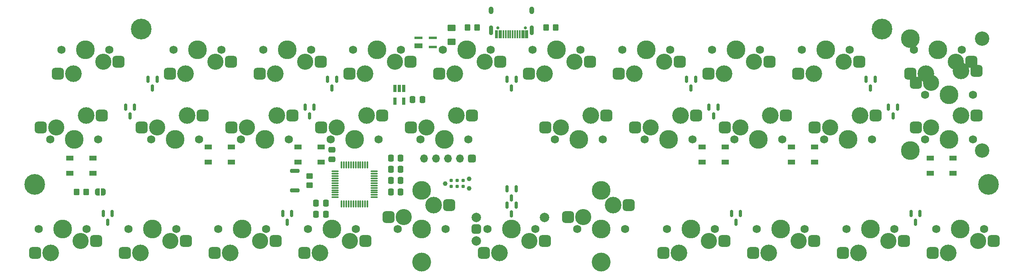
<source format=gbr>
%TF.GenerationSoftware,KiCad,Pcbnew,(7.0.0)*%
%TF.CreationDate,2024-03-09T22:34:04+01:00*%
%TF.ProjectId,kicad_tsuru,6b696361-645f-4747-9375-72752e6b6963,rev?*%
%TF.SameCoordinates,Original*%
%TF.FileFunction,Soldermask,Bot*%
%TF.FilePolarity,Negative*%
%FSLAX46Y46*%
G04 Gerber Fmt 4.6, Leading zero omitted, Abs format (unit mm)*
G04 Created by KiCad (PCBNEW (7.0.0)) date 2024-03-09 22:34:04*
%MOMM*%
%LPD*%
G01*
G04 APERTURE LIST*
G04 Aperture macros list*
%AMRoundRect*
0 Rectangle with rounded corners*
0 $1 Rounding radius*
0 $2 $3 $4 $5 $6 $7 $8 $9 X,Y pos of 4 corners*
0 Add a 4 corners polygon primitive as box body*
4,1,4,$2,$3,$4,$5,$6,$7,$8,$9,$2,$3,0*
0 Add four circle primitives for the rounded corners*
1,1,$1+$1,$2,$3*
1,1,$1+$1,$4,$5*
1,1,$1+$1,$6,$7*
1,1,$1+$1,$8,$9*
0 Add four rect primitives between the rounded corners*
20,1,$1+$1,$2,$3,$4,$5,0*
20,1,$1+$1,$4,$5,$6,$7,0*
20,1,$1+$1,$6,$7,$8,$9,0*
20,1,$1+$1,$8,$9,$2,$3,0*%
%AMFreePoly0*
4,1,19,0.500000,-0.750000,0.000000,-0.750000,0.000000,-0.744911,-0.071157,-0.744911,-0.207708,-0.704816,-0.327430,-0.627875,-0.420627,-0.520320,-0.479746,-0.390866,-0.500000,-0.250000,-0.500000,0.250000,-0.479746,0.390866,-0.420627,0.520320,-0.327430,0.627875,-0.207708,0.704816,-0.071157,0.744911,0.000000,0.744911,0.000000,0.750000,0.500000,0.750000,0.500000,-0.750000,0.500000,-0.750000,
$1*%
%AMFreePoly1*
4,1,19,0.000000,0.744911,0.071157,0.744911,0.207708,0.704816,0.327430,0.627875,0.420627,0.520320,0.479746,0.390866,0.500000,0.250000,0.500000,-0.250000,0.479746,-0.390866,0.420627,-0.520320,0.327430,-0.627875,0.207708,-0.704816,0.071157,-0.744911,0.000000,-0.744911,0.000000,-0.750000,-0.500000,-0.750000,-0.500000,0.750000,0.000000,0.750000,0.000000,0.744911,0.000000,0.744911,
$1*%
G04 Aperture macros list end*
%ADD10C,1.750000*%
%ADD11C,3.987800*%
%ADD12RoundRect,0.625000X-0.650000X-0.625000X0.650000X-0.625000X0.650000X0.625000X-0.650000X0.625000X0*%
%ADD13C,3.420000*%
%ADD14C,3.523634*%
%ADD15RoundRect,0.625000X0.650000X0.625000X-0.650000X0.625000X-0.650000X-0.625000X0.650000X-0.625000X0*%
%ADD16C,2.000000*%
%ADD17RoundRect,0.500000X-0.500000X-0.500000X0.500000X-0.500000X0.500000X0.500000X-0.500000X0.500000X0*%
%ADD18RoundRect,0.425000X-0.425000X0.425000X-0.425000X-0.425000X0.425000X-0.425000X0.425000X0.425000X0*%
%ADD19O,1.700000X1.700000*%
%ADD20C,0.700000*%
%ADD21C,4.400000*%
%ADD22C,3.048000*%
%ADD23C,4.000000*%
%ADD24FreePoly0,180.000000*%
%ADD25FreePoly1,180.000000*%
%ADD26RoundRect,0.250000X-0.337500X-0.475000X0.337500X-0.475000X0.337500X0.475000X-0.337500X0.475000X0*%
%ADD27R,0.650000X1.560000*%
%ADD28RoundRect,0.200000X-0.800000X0.200000X-0.800000X-0.200000X0.800000X-0.200000X0.800000X0.200000X0*%
%ADD29R,1.500000X1.000000*%
%ADD30RoundRect,0.150000X-0.150000X0.587500X-0.150000X-0.587500X0.150000X-0.587500X0.150000X0.587500X0*%
%ADD31C,0.990600*%
%ADD32C,0.787400*%
%ADD33R,1.700000X1.000000*%
%ADD34R,1.700000X0.600000*%
%ADD35RoundRect,0.250000X0.475000X-0.337500X0.475000X0.337500X-0.475000X0.337500X-0.475000X-0.337500X0*%
%ADD36RoundRect,0.250000X-0.350000X-0.450000X0.350000X-0.450000X0.350000X0.450000X-0.350000X0.450000X0*%
%ADD37RoundRect,0.250000X0.337500X0.475000X-0.337500X0.475000X-0.337500X-0.475000X0.337500X-0.475000X0*%
%ADD38RoundRect,0.250000X0.350000X0.450000X-0.350000X0.450000X-0.350000X-0.450000X0.350000X-0.450000X0*%
%ADD39RoundRect,0.250000X-0.450000X0.350000X-0.450000X-0.350000X0.450000X-0.350000X0.450000X0.350000X0*%
%ADD40C,0.650000*%
%ADD41R,0.300000X1.750000*%
%ADD42O,1.000000X1.600000*%
%ADD43O,0.900000X2.100000*%
%ADD44RoundRect,0.075000X0.075000X-0.662500X0.075000X0.662500X-0.075000X0.662500X-0.075000X-0.662500X0*%
%ADD45RoundRect,0.075000X0.662500X-0.075000X0.662500X0.075000X-0.662500X0.075000X-0.662500X-0.075000X0*%
%ADD46RoundRect,0.250001X-0.624999X0.462499X-0.624999X-0.462499X0.624999X-0.462499X0.624999X0.462499X0*%
G04 APERTURE END LIST*
D10*
%TO.C,MX19*%
X214124375Y-71806250D03*
D11*
X219204375Y-71806250D03*
D10*
X224284375Y-71806250D03*
D12*
X212119375Y-69266250D03*
D13*
X215394375Y-69266250D03*
D14*
X221744375Y-66726250D03*
D12*
X225046375Y-66726250D03*
%TD*%
D10*
%TO.C,MX6*%
X162371875Y-52756250D03*
D11*
X157291875Y-52756250D03*
D10*
X152211875Y-52756250D03*
D15*
X164376875Y-55296250D03*
D13*
X161101875Y-55296250D03*
D14*
X154751875Y-57836250D03*
D15*
X151449875Y-57836250D03*
%TD*%
D10*
%TO.C,MX30*%
X248096875Y-90856250D03*
D11*
X243016875Y-90856250D03*
D10*
X237936875Y-90856250D03*
D15*
X250101875Y-93396250D03*
D13*
X246826875Y-93396250D03*
D14*
X240476875Y-95936250D03*
D15*
X237174875Y-95936250D03*
%TD*%
D10*
%TO.C,MX31*%
X152846875Y-90856250D03*
D11*
X147766875Y-90856250D03*
D10*
X142686875Y-90856250D03*
D15*
X154851875Y-93396250D03*
D13*
X151576875Y-93396250D03*
D14*
X145226875Y-95936250D03*
D15*
X141924875Y-95936250D03*
%TD*%
D10*
%TO.C,MX25*%
X123636875Y-90856250D03*
D11*
X128716875Y-90856250D03*
D10*
X133796875Y-90856250D03*
D12*
X121631875Y-88316250D03*
D13*
X124906875Y-88316250D03*
D14*
X131256875Y-85776250D03*
D12*
X134558875Y-85776250D03*
%TD*%
D10*
%TO.C,MX16*%
X156974375Y-71806250D03*
D11*
X162054375Y-71806250D03*
D10*
X167134375Y-71806250D03*
D12*
X154969375Y-69266250D03*
D13*
X158244375Y-69266250D03*
D14*
X164594375Y-66726250D03*
D12*
X167896375Y-66726250D03*
%TD*%
D10*
%TO.C,MX18*%
X195074375Y-71806250D03*
D11*
X200154375Y-71806250D03*
D10*
X205234375Y-71806250D03*
D12*
X193069375Y-69266250D03*
D13*
X196344375Y-69266250D03*
D14*
X202694375Y-66726250D03*
D12*
X205996375Y-66726250D03*
%TD*%
D10*
%TO.C,MX3*%
X105221875Y-52756250D03*
D11*
X100141875Y-52756250D03*
D10*
X95061875Y-52756250D03*
D15*
X107226875Y-55296250D03*
D13*
X103951875Y-55296250D03*
D14*
X97601875Y-57836250D03*
D15*
X94299875Y-57836250D03*
%TD*%
D16*
%TO.C,SW1*%
X140266875Y-88356250D03*
X140266875Y-93356250D03*
D17*
X140266875Y-90856250D03*
D16*
X154766875Y-93356250D03*
X154766875Y-88356250D03*
%TD*%
D10*
%TO.C,MX5*%
X143321875Y-52756250D03*
D11*
X138241875Y-52756250D03*
D10*
X133161875Y-52756250D03*
D15*
X145326875Y-55296250D03*
D13*
X142051875Y-55296250D03*
D14*
X135701875Y-57836250D03*
D15*
X132399875Y-57836250D03*
%TD*%
D18*
%TO.C,J3*%
X139376875Y-75876250D03*
D19*
X136836874Y-75876249D03*
X134296874Y-75876249D03*
X131756874Y-75876249D03*
X129216874Y-75876249D03*
%TD*%
D10*
%TO.C,MX12*%
X71249375Y-71806250D03*
D11*
X76329375Y-71806250D03*
D10*
X81409375Y-71806250D03*
D12*
X69244375Y-69266250D03*
D13*
X72519375Y-69266250D03*
D14*
X78869375Y-66726250D03*
D12*
X82171375Y-66726250D03*
%TD*%
D20*
%TO.C,H3*%
X44913735Y-81331322D03*
X45397009Y-80164596D03*
X45397009Y-82498048D03*
X46563735Y-79681322D03*
D21*
X46563735Y-81331322D03*
D20*
X46563735Y-82981322D03*
X47730461Y-80164596D03*
X47730461Y-82498048D03*
X48213735Y-81331322D03*
%TD*%
D10*
%TO.C,MX24*%
X114746875Y-90856250D03*
D11*
X109666875Y-90856250D03*
D10*
X104586875Y-90856250D03*
D15*
X116751875Y-93396250D03*
D13*
X113476875Y-93396250D03*
D14*
X107126875Y-95936250D03*
D15*
X103824875Y-95936250D03*
%TD*%
D10*
%TO.C,MX22*%
X76646875Y-90856250D03*
D11*
X71566875Y-90856250D03*
D10*
X66486875Y-90856250D03*
D15*
X78651875Y-93396250D03*
D13*
X75376875Y-93396250D03*
D14*
X69026875Y-95936250D03*
D15*
X65724875Y-95936250D03*
%TD*%
D10*
%TO.C,MX29*%
X229046875Y-90856250D03*
D11*
X223966875Y-90856250D03*
D10*
X218886875Y-90856250D03*
D15*
X231051875Y-93396250D03*
D13*
X227776875Y-93396250D03*
D14*
X221426875Y-95936250D03*
D15*
X218124875Y-95936250D03*
%TD*%
D20*
%TO.C,H1*%
X67535667Y-48291395D03*
X68018941Y-47124669D03*
X68018941Y-49458121D03*
X69185667Y-46641395D03*
D21*
X69185667Y-48291395D03*
D20*
X69185667Y-49941395D03*
X70352393Y-47124669D03*
X70352393Y-49458121D03*
X70835667Y-48291395D03*
%TD*%
D10*
%TO.C,MX17*%
X176024375Y-71806250D03*
D11*
X181104375Y-71806250D03*
D10*
X186184375Y-71806250D03*
D12*
X174019375Y-69266250D03*
D13*
X177294375Y-69266250D03*
D14*
X183644375Y-66726250D03*
D12*
X186946375Y-66726250D03*
%TD*%
D10*
%TO.C,MX15*%
X128399375Y-71806250D03*
D11*
X133479375Y-71806250D03*
D10*
X138559375Y-71806250D03*
D12*
X126394375Y-69266250D03*
D13*
X129669375Y-69266250D03*
D14*
X136019375Y-66726250D03*
D12*
X139321375Y-66726250D03*
%TD*%
D10*
%TO.C,MX21*%
X57596875Y-90856250D03*
D11*
X52516875Y-90856250D03*
D10*
X47436875Y-90856250D03*
D15*
X59601875Y-93396250D03*
D13*
X56326875Y-93396250D03*
D14*
X49976875Y-95936250D03*
D15*
X46674875Y-95936250D03*
%TD*%
D10*
%TO.C,MX27*%
X190946875Y-90856250D03*
D11*
X185866875Y-90856250D03*
D10*
X180786875Y-90856250D03*
D15*
X192951875Y-93396250D03*
D13*
X189676875Y-93396250D03*
D14*
X183326875Y-95936250D03*
D15*
X180024875Y-95936250D03*
%TD*%
D10*
%TO.C,MX7*%
X181421875Y-52756250D03*
D11*
X176341875Y-52756250D03*
D10*
X171261875Y-52756250D03*
D15*
X183426875Y-55296250D03*
D13*
X180151875Y-55296250D03*
D14*
X173801875Y-57836250D03*
D15*
X170499875Y-57836250D03*
%TD*%
D10*
%TO.C,MX26*%
X161736875Y-90856250D03*
D11*
X166816875Y-90856250D03*
D10*
X171896875Y-90856250D03*
D12*
X159731875Y-88316250D03*
D13*
X163006875Y-88316250D03*
D14*
X169356875Y-85776250D03*
D12*
X172658875Y-85776250D03*
%TD*%
D10*
%TO.C,MX20*%
X235555625Y-71806250D03*
D11*
X240635625Y-71806250D03*
D10*
X245715625Y-71806250D03*
D12*
X233550625Y-69266250D03*
D13*
X236825625Y-69266250D03*
D14*
X243175625Y-66726250D03*
D12*
X246477625Y-66726250D03*
%TD*%
D11*
%TO.C,S2*%
X232380625Y-50375000D03*
X232380625Y-74187500D03*
D22*
X247620625Y-50375000D03*
X247620625Y-74187500D03*
%TD*%
D10*
%TO.C,MX4*%
X124271875Y-52756250D03*
D11*
X119191875Y-52756250D03*
D10*
X114111875Y-52756250D03*
D15*
X126276875Y-55296250D03*
D13*
X123001875Y-55296250D03*
D14*
X116651875Y-57836250D03*
D15*
X113349875Y-57836250D03*
%TD*%
D10*
%TO.C,MX32*%
X235555625Y-62281250D03*
D11*
X240635625Y-62281250D03*
D10*
X245715625Y-62281250D03*
D12*
X233550625Y-59741250D03*
D13*
X236825625Y-59741250D03*
D14*
X243175625Y-57201250D03*
D12*
X246477625Y-57201250D03*
%TD*%
D10*
%TO.C,MX14*%
X109349375Y-71806250D03*
D11*
X114429375Y-71806250D03*
D10*
X119509375Y-71806250D03*
D12*
X107344375Y-69266250D03*
D13*
X110619375Y-69266250D03*
D14*
X116969375Y-66726250D03*
D12*
X120271375Y-66726250D03*
%TD*%
D10*
%TO.C,MX23*%
X95696875Y-90856250D03*
D11*
X90616875Y-90856250D03*
D10*
X85536875Y-90856250D03*
D15*
X97701875Y-93396250D03*
D13*
X94426875Y-93396250D03*
D14*
X88076875Y-95936250D03*
D15*
X84774875Y-95936250D03*
%TD*%
D20*
%TO.C,H2*%
X224698563Y-48291395D03*
X225181837Y-47124669D03*
X225181837Y-49458121D03*
X226348563Y-46641395D03*
D21*
X226348563Y-48291395D03*
D20*
X226348563Y-49941395D03*
X227515289Y-47124669D03*
X227515289Y-49458121D03*
X227998563Y-48291395D03*
%TD*%
%TO.C,H4*%
X247320495Y-81331322D03*
X247803769Y-80164596D03*
X247803769Y-82498048D03*
X248970495Y-79681322D03*
D21*
X248970495Y-81331322D03*
D20*
X248970495Y-82981322D03*
X250137221Y-80164596D03*
X250137221Y-82498048D03*
X250620495Y-81331322D03*
%TD*%
D10*
%TO.C,MX1*%
X62359375Y-52756250D03*
D11*
X57279375Y-52756250D03*
D10*
X52199375Y-52756250D03*
D15*
X64364375Y-55296250D03*
D13*
X61089375Y-55296250D03*
D14*
X54739375Y-57836250D03*
D15*
X51437375Y-57836250D03*
%TD*%
D10*
%TO.C,MX28*%
X209996875Y-90856250D03*
D11*
X204916875Y-90856250D03*
D10*
X199836875Y-90856250D03*
D15*
X212001875Y-93396250D03*
D13*
X208726875Y-93396250D03*
D14*
X202376875Y-95936250D03*
D15*
X199074875Y-95936250D03*
%TD*%
D10*
%TO.C,MX10*%
X243334375Y-52756250D03*
D11*
X238254375Y-52756250D03*
D10*
X233174375Y-52756250D03*
D15*
X245339375Y-55296250D03*
D13*
X242064375Y-55296250D03*
D14*
X235714375Y-57836250D03*
D15*
X232412375Y-57836250D03*
%TD*%
D10*
%TO.C,MX2*%
X86171875Y-52756250D03*
D11*
X81091875Y-52756250D03*
D10*
X76011875Y-52756250D03*
D15*
X88176875Y-55296250D03*
D13*
X84901875Y-55296250D03*
D14*
X78551875Y-57836250D03*
D15*
X75249875Y-57836250D03*
%TD*%
D23*
%TO.C,S1*%
X166816875Y-97841250D03*
D11*
X166816875Y-82601250D03*
D23*
X128716875Y-97841250D03*
D11*
X128716875Y-82601250D03*
%TD*%
D10*
%TO.C,MX11*%
X49818125Y-71806250D03*
D11*
X54898125Y-71806250D03*
D10*
X59978125Y-71806250D03*
D12*
X47813125Y-69266250D03*
D13*
X51088125Y-69266250D03*
D14*
X57438125Y-66726250D03*
D12*
X60740125Y-66726250D03*
%TD*%
D10*
%TO.C,MX8*%
X200471875Y-52756250D03*
D11*
X195391875Y-52756250D03*
D10*
X190311875Y-52756250D03*
D15*
X202476875Y-55296250D03*
D13*
X199201875Y-55296250D03*
D14*
X192851875Y-57836250D03*
D15*
X189549875Y-57836250D03*
%TD*%
D10*
%TO.C,MX13*%
X90299375Y-71806250D03*
D11*
X95379375Y-71806250D03*
D10*
X100459375Y-71806250D03*
D12*
X88294375Y-69266250D03*
D13*
X91569375Y-69266250D03*
D14*
X97919375Y-66726250D03*
D12*
X101221375Y-66726250D03*
%TD*%
D10*
%TO.C,MX9*%
X219521875Y-52756250D03*
D11*
X214441875Y-52756250D03*
D10*
X209361875Y-52756250D03*
D15*
X221526875Y-55296250D03*
D13*
X218251875Y-55296250D03*
D14*
X211901875Y-57836250D03*
D15*
X208599875Y-57836250D03*
%TD*%
D24*
%TO.C,JP1*%
X61104375Y-82918750D03*
D25*
X59804375Y-82918750D03*
%TD*%
D26*
%TO.C,C1*%
X126739375Y-63351250D03*
X128814375Y-63351250D03*
%TD*%
D27*
%TO.C,U2*%
X123004374Y-60931249D03*
X123954374Y-60931249D03*
X124904374Y-60931249D03*
X124904374Y-63631249D03*
X123004374Y-63631249D03*
%TD*%
D28*
%TO.C,SW3*%
X101729375Y-78437500D03*
X101729375Y-82637500D03*
%TD*%
D29*
%TO.C,D20*%
X207160624Y-76581249D03*
X207160624Y-73381249D03*
X212060624Y-73381249D03*
X212060624Y-76581249D03*
%TD*%
%TO.C,D17*%
X83404374Y-76581249D03*
X83404374Y-73381249D03*
X88304374Y-73381249D03*
X88304374Y-76581249D03*
%TD*%
D30*
%TO.C,D11*%
X61091875Y-87537500D03*
X62991875Y-87537500D03*
X62041875Y-89412500D03*
%TD*%
%TO.C,D15*%
X232541875Y-87537500D03*
X234441875Y-87537500D03*
X233491875Y-89412500D03*
%TD*%
%TO.C,D14*%
X194441875Y-87537500D03*
X196341875Y-87537500D03*
X195391875Y-89412500D03*
%TD*%
%TO.C,D10*%
X227779375Y-64915625D03*
X229679375Y-64915625D03*
X228729375Y-66790625D03*
%TD*%
D29*
%TO.C,D19*%
X188179374Y-76581249D03*
X188179374Y-73381249D03*
X193079374Y-73381249D03*
X193079374Y-76581249D03*
%TD*%
D31*
%TO.C,J2*%
X133638125Y-81172500D03*
X138718125Y-80156500D03*
X138718125Y-82188500D03*
D32*
X134908125Y-80537500D03*
X134908125Y-81807500D03*
X136178125Y-80537500D03*
X136178125Y-81807500D03*
X137448125Y-80537500D03*
X137448125Y-81807500D03*
%TD*%
D33*
%TO.C,U1*%
X128010624Y-51918749D03*
D34*
X128010624Y-50218749D03*
X131010624Y-50218749D03*
X131010624Y-52118749D03*
%TD*%
D29*
%TO.C,D16*%
X54035624Y-78962499D03*
X54035624Y-75762499D03*
X58935624Y-75762499D03*
X58935624Y-78962499D03*
%TD*%
%TO.C,D18*%
X102454374Y-76581249D03*
X102454374Y-73381249D03*
X107354374Y-73381249D03*
X107354374Y-76581249D03*
%TD*%
D35*
%TO.C,C5*%
X109666875Y-76018750D03*
X109666875Y-73943750D03*
%TD*%
D30*
%TO.C,D3*%
X146816875Y-58962500D03*
X148716875Y-58962500D03*
X147766875Y-60837500D03*
%TD*%
D36*
%TO.C,R2*%
X155101250Y-47993750D03*
X157101250Y-47993750D03*
%TD*%
D30*
%TO.C,D9*%
X189679375Y-64915625D03*
X191579375Y-64915625D03*
X190629375Y-66790625D03*
%TD*%
%TO.C,D6*%
X65854375Y-64915625D03*
X67754375Y-64915625D03*
X66804375Y-66790625D03*
%TD*%
D37*
%TO.C,C10*%
X108323125Y-87681250D03*
X106248125Y-87681250D03*
%TD*%
D30*
%TO.C,D7*%
X103954375Y-64915625D03*
X105854375Y-64915625D03*
X104904375Y-66790625D03*
%TD*%
D37*
%TO.C,C6*%
X108323125Y-85300000D03*
X106248125Y-85300000D03*
%TD*%
D38*
%TO.C,R1*%
X140432500Y-47993750D03*
X138432500Y-47993750D03*
%TD*%
D26*
%TO.C,C4*%
X122123125Y-78156250D03*
X124198125Y-78156250D03*
%TD*%
D30*
%TO.C,D5*%
X223016875Y-58962500D03*
X224916875Y-58962500D03*
X223966875Y-60837500D03*
%TD*%
%TO.C,D8*%
X146816875Y-82313727D03*
X148716875Y-82313727D03*
X147766875Y-84188727D03*
%TD*%
%TO.C,D4*%
X184916875Y-58962500D03*
X186816875Y-58962500D03*
X185866875Y-60837500D03*
%TD*%
D26*
%TO.C,C8*%
X122123125Y-82918750D03*
X124198125Y-82918750D03*
%TD*%
D30*
%TO.C,D2*%
X108716875Y-58962500D03*
X110616875Y-58962500D03*
X109666875Y-60837500D03*
%TD*%
D39*
%TO.C,R4*%
X104904375Y-79537500D03*
X104904375Y-81537500D03*
%TD*%
D40*
%TO.C,J1*%
X144876875Y-48053750D03*
X150656875Y-48053750D03*
D41*
X144416874Y-49393749D03*
X145216874Y-49393749D03*
X146516874Y-49393749D03*
X147516874Y-49393749D03*
X148016874Y-49393749D03*
X149016874Y-49393749D03*
X150316874Y-49393749D03*
X151116874Y-49393749D03*
X150816874Y-49393749D03*
X150016874Y-49393749D03*
X149516874Y-49393749D03*
X148516874Y-49393749D03*
X147016874Y-49393749D03*
X146016874Y-49393749D03*
X145516874Y-49393749D03*
X144716874Y-49393749D03*
D42*
X143446874Y-44373749D03*
D43*
X143446874Y-48553749D03*
D42*
X152086874Y-44373749D03*
D43*
X152086874Y-48553749D03*
%TD*%
D30*
%TO.C,D1*%
X70616875Y-58962500D03*
X72516875Y-58962500D03*
X71566875Y-60837500D03*
%TD*%
D44*
%TO.C,U3*%
X117179375Y-85493750D03*
X116679375Y-85493750D03*
X116179375Y-85493750D03*
X115679375Y-85493750D03*
X115179375Y-85493750D03*
X114679375Y-85493750D03*
X114179375Y-85493750D03*
X113679375Y-85493750D03*
X113179375Y-85493750D03*
X112679375Y-85493750D03*
X112179375Y-85493750D03*
X111679375Y-85493750D03*
D45*
X110266875Y-84081250D03*
X110266875Y-83581250D03*
X110266875Y-83081250D03*
X110266875Y-82581250D03*
X110266875Y-82081250D03*
X110266875Y-81581250D03*
X110266875Y-81081250D03*
X110266875Y-80581250D03*
X110266875Y-80081250D03*
X110266875Y-79581250D03*
X110266875Y-79081250D03*
X110266875Y-78581250D03*
D44*
X111679375Y-77168750D03*
X112179375Y-77168750D03*
X112679375Y-77168750D03*
X113179375Y-77168750D03*
X113679375Y-77168750D03*
X114179375Y-77168750D03*
X114679375Y-77168750D03*
X115179375Y-77168750D03*
X115679375Y-77168750D03*
X116179375Y-77168750D03*
X116679375Y-77168750D03*
X117179375Y-77168750D03*
D45*
X118591875Y-78581250D03*
X118591875Y-79081250D03*
X118591875Y-79581250D03*
X118591875Y-80081250D03*
X118591875Y-80581250D03*
X118591875Y-81081250D03*
X118591875Y-81581250D03*
X118591875Y-82081250D03*
X118591875Y-82581250D03*
X118591875Y-83081250D03*
X118591875Y-83581250D03*
X118591875Y-84081250D03*
%TD*%
D46*
%TO.C,F2*%
X135066875Y-48093750D03*
X135066875Y-51068750D03*
%TD*%
D26*
%TO.C,C7*%
X122123125Y-80537500D03*
X124198125Y-80537500D03*
%TD*%
D30*
%TO.C,D12*%
X99191875Y-87537500D03*
X101091875Y-87537500D03*
X100141875Y-89412500D03*
%TD*%
D38*
%TO.C,R3*%
X57485625Y-82918750D03*
X55485625Y-82918750D03*
%TD*%
D30*
%TO.C,D13*%
X146816875Y-85754981D03*
X148716875Y-85754981D03*
X147766875Y-87629981D03*
%TD*%
D26*
%TO.C,C9*%
X122123125Y-75775000D03*
X124198125Y-75775000D03*
%TD*%
D29*
%TO.C,D21*%
X236598124Y-78962499D03*
X236598124Y-75762499D03*
X241498124Y-75762499D03*
X241498124Y-78962499D03*
%TD*%
M02*

</source>
